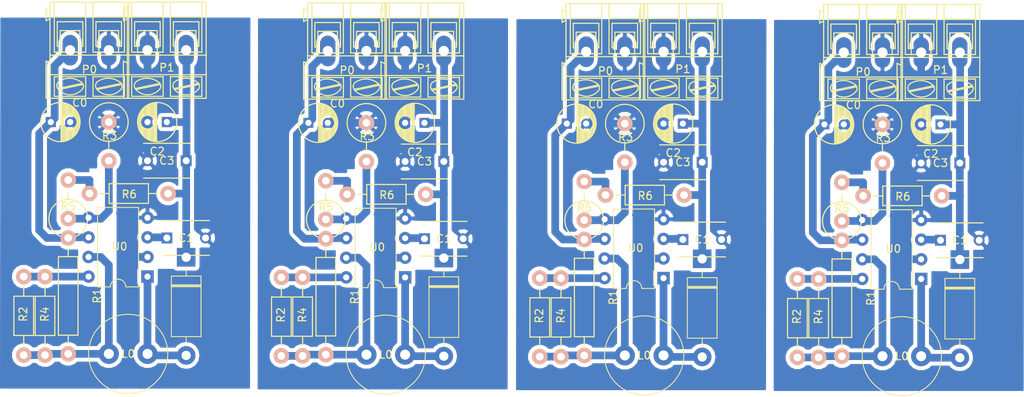
<source format=kicad_pcb>
(kicad_pcb (version 4) (host pcbnew 4.0.5+dfsg1-4)
  (layers (0 F.Cu signal) (31 B.Cu signal) (34 B.Paste user hide) (35 F.Paste user hide) (36 B.SilkS user hide) (37 F.SilkS user) (38 B.Mask user hide) (39 F.Mask user hide) (44 Edge.Cuts user hide))
  (net 0 "")
  (net 1 +5V)
  (net 2 GND)
  (net 3 "Net-(C1-Pad1)")
  (net 4 /out_12V)
  (net 5 "Net-(D0-Pad2)")
  (net 6 "Net-(L0-Pad1)")
  (net 7 "Net-(R2-Pad1)")
  (net 8 "Net-(R3-Pad2)")
  (net 9 "Net-(R5-Pad2)")
  (module Capacitors_THT:C_Radial_D5_L11_P2.5 (layer F.Cu) (at 128.6 137.2 180)
    (fp_text reference C2 (at 1.25 -3.8 180) (layer F.SilkS))
    (fp_text value CP)
    (pad 1 thru_hole rect (at 0 0 180) (size 1.3 1.3) (drill 0.8) (layers *.Cu *.Mask) (net 4 /out_12V))
    (pad 2 thru_hole circle (at 2.5 0 180) (size 1.3 1.3) (drill 0.8) (layers *.Cu *.Mask) (net 2 GND))
  )
  (module Resistors_THT:Resistor_Horizontal_RM15mm (layer F.Cu) (at 115.85 152.2 270)
    (fp_text reference R1 (at 7.5 -3.74904 270) (layer F.SilkS))
    (fp_text value R)
    (pad 1 thru_hole circle (at 0 0 270) (size 1.99898 1.99898) (drill 1.00076) (layers *.Cu *.SilkS *.Mask) (net 1 +5V))
    (pad 2 thru_hole circle (at 15 0 270) (size 1.99898 1.99898) (drill 1.00076) (layers *.Cu *.SilkS *.Mask) (net 6 "Net-(L0-Pad1)"))
  )
  (module Capacitors_THT:C_Disc_D6_P5 (layer F.Cu) (at 131.1 142.2 180)
    (fp_text reference C3 (at 2.5 0 180) (layer F.SilkS))
    (fp_text value C hide)
    (pad 1 thru_hole rect (at 0 0 180) (size 1.4 1.4) (drill 0.9) (layers *.Cu *.Mask) (net 4 /out_12V))
    (pad 2 thru_hole circle (at 5 0 180) (size 1.4 1.4) (drill 0.9) (layers *.Cu *.Mask) (net 2 GND))
  )
  (module Capacitors_THT:C_Disc_D6_P5 (layer F.Cu) (at 128.6 152.2)
    (fp_text reference C1 (at 2.5 0) (layer F.SilkS))
    (fp_text value C)
    (pad 1 thru_hole rect (at 0 0) (size 1.4 1.4) (drill 0.9) (layers *.Cu *.Mask) (net 3 "Net-(C1-Pad1)"))
    (pad 2 thru_hole circle (at 5 0) (size 1.4 1.4) (drill 0.9) (layers *.Cu *.Mask) (net 2 GND))
  )
  (module Inductor_THT:L_Radial_D10.0mm_P5.00mm_Fastron_07M (layer F.Cu) (at 121.1 167.2)
    (fp_text reference L0 (at 2.5 0) (layer F.SilkS))
    (fp_text value L)
    (pad 1 thru_hole circle (at 0 0) (size 2.6 2.6) (drill 1.3) (layers *.Cu *.Mask) (net 6 "Net-(L0-Pad1)"))
    (pad 2 thru_hole circle (at 5 0) (size 2.6 2.6) (drill 1.3) (layers *.Cu *.Mask) (net 5 "Net-(D0-Pad2)"))
  )
  (module Resistors_THT:Resistor_Vertical_RM5mm (layer F.Cu) (at 115.85 147.2 90)
    (fp_text reference R5 (at -0.9 0.018 180) (layer F.SilkS))
    (fp_text value R hide)
    (pad 1 thru_hole circle (at -2.49936 0 90) (size 1.99898 1.99898) (drill 1.00076) (layers *.Cu *.SilkS *.Mask) (net 8 "Net-(R3-Pad2)"))
    (pad 2 thru_hole circle (at 2.5019 0 90) (size 1.99898 1.99898) (drill 1.00076) (layers *.Cu *.SilkS *.Mask) (net 9 "Net-(R5-Pad2)"))
  )
  (module Resistors_THT:Resistor_Vertical_RM5mm (layer F.Cu) (at 121.1 139.7 270)
    (fp_text reference R3 (at -0.744 -0.098 360) (layer F.SilkS))
    (fp_text value R hide)
    (pad 1 thru_hole circle (at -2.49936 0 270) (size 1.99898 1.99898) (drill 1.00076) (layers *.Cu *.SilkS *.Mask) (net 2 GND))
    (pad 2 thru_hole circle (at 2.5019 0 270) (size 1.99898 1.99898) (drill 1.00076) (layers *.Cu *.SilkS *.Mask) (net 8 "Net-(R3-Pad2)"))
  )
  (module Resistors_THT:Resistor_Horizontal_RM10mm (layer F.Cu) (at 118.6 146.45)
    (fp_text reference R6 (at 5.138 0.098) (layer F.SilkS))
    (fp_text value R hide)
    (pad 1 thru_hole circle (at 0 0) (size 1.99898 1.99898) (drill 1.00076) (layers *.Cu *.SilkS *.Mask) (net 9 "Net-(R5-Pad2)"))
    (pad 2 thru_hole circle (at 10.16 0) (size 1.99898 1.99898) (drill 1.00076) (layers *.Cu *.SilkS *.Mask) (net 4 /out_12V))
  )
  (module Diodes_THT:D_DO-15_P12.70mm_Horizontal (layer F.Cu) (at 131.1 154.7 270)
    (fp_text reference D0 hide)
    (fp_text value 1N5819 hide)
    (pad 1 thru_hole rect (at 0 0 270) (size 2.4 2.4) (drill 1.2) (layers *.Cu *.Mask) (net 4 /out_12V))
    (pad 2 thru_hole oval (at 12.7 0 270) (size 2.4 2.4) (drill 1.2) (layers *.Cu *.Mask) (net 5 "Net-(D0-Pad2)"))
  )
  (module Resistors_THT:Resistor_Horizontal_RM10mm (layer F.Cu) (at 110.1 157.2 270)
    (fp_text reference R2 (at 4.87 0.062 270) (layer F.SilkS))
    (fp_text value R hide)
    (pad 1 thru_hole circle (at 0 0 270) (size 1.99898 1.99898) (drill 1.00076) (layers *.Cu *.SilkS *.Mask) (net 7 "Net-(R2-Pad1)"))
    (pad 2 thru_hole circle (at 10.16 0 270) (size 1.99898 1.99898) (drill 1.00076) (layers *.Cu *.SilkS *.Mask) (net 6 "Net-(L0-Pad1)"))
  )
  (module Resistors_THT:Resistor_Horizontal_RM10mm (layer F.Cu) (at 112.85 157.2 270)
    (fp_text reference R4 (at 4.87 0.022 270) (layer F.SilkS))
    (fp_text value R hide)
    (pad 1 thru_hole circle (at 0 0 270) (size 1.99898 1.99898) (drill 1.00076) (layers *.Cu *.SilkS *.Mask) (net 7 "Net-(R2-Pad1)"))
    (pad 2 thru_hole circle (at 10.16 0 270) (size 1.99898 1.99898) (drill 1.00076) (layers *.Cu *.SilkS *.Mask) (net 6 "Net-(L0-Pad1)"))
  )
  (module Capacitors_THT:C_Radial_D5_L11_P2.5 (layer F.Cu) (at 113.6 137.2)
    (fp_text reference C0 (at 3.75 -2.5) (layer F.SilkS))
    (fp_text value CP hide)
    (pad 1 thru_hole rect (at 0 0) (size 1.3 1.3) (drill 0.8) (layers *.Cu *.Mask) (net 1 +5V))
    (pad 2 thru_hole circle (at 2.5 0) (size 1.3 1.3) (drill 0.8) (layers *.Cu *.Mask) (net 2 GND))
  )
  (module Package_DIP:DIP-8_W7.62mm (layer F.Cu) (at 126.1 157.2 180)
    (fp_text reference U0 (at 3.6 3.9 180) (layer F.SilkS))
    (fp_text value MC34063AP hide)
    (pad 1 thru_hole rect (at 0 0 180) (size 1.6 1.6) (drill 0.8) (layers *.Cu *.Mask) (net 5 "Net-(D0-Pad2)"))
    (pad 5 thru_hole oval (at 7.62 7.62 180) (size 1.6 1.6) (drill 0.8) (layers *.Cu *.Mask) (net 8 "Net-(R3-Pad2)"))
    (pad 2 thru_hole oval (at 0 2.54 180) (size 1.6 1.6) (drill 0.8) (layers *.Cu *.Mask) (net 2 GND))
    (pad 6 thru_hole oval (at 7.62 5.08 180) (size 1.6 1.6) (drill 0.8) (layers *.Cu *.Mask) (net 1 +5V))
    (pad 3 thru_hole oval (at 0 5.08 180) (size 1.6 1.6) (drill 0.8) (layers *.Cu *.Mask) (net 3 "Net-(C1-Pad1)"))
    (pad 7 thru_hole oval (at 7.62 2.54 180) (size 1.6 1.6) (drill 0.8) (layers *.Cu *.Mask) (net 6 "Net-(L0-Pad1)"))
    (pad 4 thru_hole oval (at 0 7.62 180) (size 1.6 1.6) (drill 0.8) (layers *.Cu *.Mask) (net 2 GND))
    (pad 8 thru_hole oval (at 7.62 0 180) (size 1.6 1.6) (drill 0.8) (layers *.Cu *.Mask) (net 7 "Net-(R2-Pad1)"))
  )
  (module Connect:AK300-2 (layer F.Cu) (at 131.1 127.9 180)
    (fp_text reference P1 (at 2.5 -2.25 180) (layer F.SilkS))
    (fp_text value CONN_01X02 hide)
    (pad 1 thru_hole oval (at 0 0 180) (size 1.9812 3.9624) (drill 1.3208) (layers *.Cu F.Paste F.Mask) (net 4 /out_12V))
    (pad 2 thru_hole oval (at 5 0 180) (size 1.9812 3.9624) (drill 1.3208) (layers *.Cu F.Paste F.Mask) (net 2 GND))
  )
  (module Connect:AK300-2 (layer F.Cu) (at 121.1 127.9 180)
    (fp_text reference P0 (at 2.5 -2.5 180) (layer F.SilkS))
    (fp_text value CONN_01X02 hide)
    (pad 1 thru_hole oval (at 0 0 180) (size 1.9812 3.9624) (drill 1.3208) (layers *.Cu F.Paste F.Mask) (net 2 GND))
    (pad 2 thru_hole oval (at 5 0 180) (size 1.9812 3.9624) (drill 1.3208) (layers *.Cu F.Paste F.Mask) (net 1 +5V))
  )
  (module Connect:AK300-2 (layer F.Cu) (at 154.4 128 180)
    (fp_text reference P0 (at 2.5 -2.5 180) (layer F.SilkS))
    (fp_text value CONN_01X02 hide)
    (pad 1 thru_hole oval (at 0 0 180) (size 1.9812 3.9624) (drill 1.3208) (layers *.Cu F.Paste F.Mask) (net 2 GND))
    (pad 2 thru_hole oval (at 5 0 180) (size 1.9812 3.9624) (drill 1.3208) (layers *.Cu F.Paste F.Mask) (net 1 +5V))
  )
  (module Connect:AK300-2 (layer F.Cu) (at 164.4 128 180)
    (fp_text reference P1 (at 2.5 -2.25 180) (layer F.SilkS))
    (fp_text value CONN_01X02 hide)
    (pad 1 thru_hole oval (at 0 0 180) (size 1.9812 3.9624) (drill 1.3208) (layers *.Cu F.Paste F.Mask) (net 4 /out_12V))
    (pad 2 thru_hole oval (at 5 0 180) (size 1.9812 3.9624) (drill 1.3208) (layers *.Cu F.Paste F.Mask) (net 2 GND))
  )
  (module Package_DIP:DIP-8_W7.62mm (layer F.Cu) (at 159.4 157.3 180)
    (fp_text reference U0 (at 3.6 3.9 180) (layer F.SilkS))
    (fp_text value MC34063AP hide)
    (pad 1 thru_hole rect (at 0 0 180) (size 1.6 1.6) (drill 0.8) (layers *.Cu *.Mask) (net 5 "Net-(D0-Pad2)"))
    (pad 5 thru_hole oval (at 7.62 7.62 180) (size 1.6 1.6) (drill 0.8) (layers *.Cu *.Mask) (net 8 "Net-(R3-Pad2)"))
    (pad 2 thru_hole oval (at 0 2.54 180) (size 1.6 1.6) (drill 0.8) (layers *.Cu *.Mask) (net 2 GND))
    (pad 6 thru_hole oval (at 7.62 5.08 180) (size 1.6 1.6) (drill 0.8) (layers *.Cu *.Mask) (net 1 +5V))
    (pad 3 thru_hole oval (at 0 5.08 180) (size 1.6 1.6) (drill 0.8) (layers *.Cu *.Mask) (net 3 "Net-(C1-Pad1)"))
    (pad 7 thru_hole oval (at 7.62 2.54 180) (size 1.6 1.6) (drill 0.8) (layers *.Cu *.Mask) (net 6 "Net-(L0-Pad1)"))
    (pad 4 thru_hole oval (at 0 7.62 180) (size 1.6 1.6) (drill 0.8) (layers *.Cu *.Mask) (net 2 GND))
    (pad 8 thru_hole oval (at 7.62 0 180) (size 1.6 1.6) (drill 0.8) (layers *.Cu *.Mask) (net 7 "Net-(R2-Pad1)"))
  )
  (module Capacitors_THT:C_Radial_D5_L11_P2.5 (layer F.Cu) (at 146.9 137.3)
    (fp_text reference C0 (at 3.75 -2.5) (layer F.SilkS))
    (fp_text value CP hide)
    (pad 1 thru_hole rect (at 0 0) (size 1.3 1.3) (drill 0.8) (layers *.Cu *.Mask) (net 1 +5V))
    (pad 2 thru_hole circle (at 2.5 0) (size 1.3 1.3) (drill 0.8) (layers *.Cu *.Mask) (net 2 GND))
  )
  (module Resistors_THT:Resistor_Horizontal_RM10mm (layer F.Cu) (at 146.15 157.3 270)
    (fp_text reference R4 (at 4.87 0.022 270) (layer F.SilkS))
    (fp_text value R hide)
    (pad 1 thru_hole circle (at 0 0 270) (size 1.99898 1.99898) (drill 1.00076) (layers *.Cu *.SilkS *.Mask) (net 7 "Net-(R2-Pad1)"))
    (pad 2 thru_hole circle (at 10.16 0 270) (size 1.99898 1.99898) (drill 1.00076) (layers *.Cu *.SilkS *.Mask) (net 6 "Net-(L0-Pad1)"))
  )
  (module Resistors_THT:Resistor_Horizontal_RM10mm (layer F.Cu) (at 143.4 157.3 270)
    (fp_text reference R2 (at 4.87 0.062 270) (layer F.SilkS))
    (fp_text value R hide)
    (pad 1 thru_hole circle (at 0 0 270) (size 1.99898 1.99898) (drill 1.00076) (layers *.Cu *.SilkS *.Mask) (net 7 "Net-(R2-Pad1)"))
    (pad 2 thru_hole circle (at 10.16 0 270) (size 1.99898 1.99898) (drill 1.00076) (layers *.Cu *.SilkS *.Mask) (net 6 "Net-(L0-Pad1)"))
  )
  (module Diodes_THT:D_DO-15_P12.70mm_Horizontal (layer F.Cu) (at 164.4 154.8 270)
    (fp_text reference D0 hide)
    (fp_text value 1N5819 hide)
    (pad 1 thru_hole rect (at 0 0 270) (size 2.4 2.4) (drill 1.2) (layers *.Cu *.Mask) (net 4 /out_12V))
    (pad 2 thru_hole oval (at 12.7 0 270) (size 2.4 2.4) (drill 1.2) (layers *.Cu *.Mask) (net 5 "Net-(D0-Pad2)"))
  )
  (module Resistors_THT:Resistor_Horizontal_RM10mm (layer F.Cu) (at 151.9 146.55)
    (fp_text reference R6 (at 5.138 0.098) (layer F.SilkS))
    (fp_text value R hide)
    (pad 1 thru_hole circle (at 0 0) (size 1.99898 1.99898) (drill 1.00076) (layers *.Cu *.SilkS *.Mask) (net 9 "Net-(R5-Pad2)"))
    (pad 2 thru_hole circle (at 10.16 0) (size 1.99898 1.99898) (drill 1.00076) (layers *.Cu *.SilkS *.Mask) (net 4 /out_12V))
  )
  (module Resistors_THT:Resistor_Vertical_RM5mm (layer F.Cu) (at 154.4 139.8 270)
    (fp_text reference R3 (at -0.744 -0.098 360) (layer F.SilkS))
    (fp_text value R hide)
    (pad 1 thru_hole circle (at -2.49936 0 270) (size 1.99898 1.99898) (drill 1.00076) (layers *.Cu *.SilkS *.Mask) (net 2 GND))
    (pad 2 thru_hole circle (at 2.5019 0 270) (size 1.99898 1.99898) (drill 1.00076) (layers *.Cu *.SilkS *.Mask) (net 8 "Net-(R3-Pad2)"))
  )
  (module Resistors_THT:Resistor_Vertical_RM5mm (layer F.Cu) (at 149.15 147.3 90)
    (fp_text reference R5 (at -0.9 0.018 180) (layer F.SilkS))
    (fp_text value R hide)
    (pad 1 thru_hole circle (at -2.49936 0 90) (size 1.99898 1.99898) (drill 1.00076) (layers *.Cu *.SilkS *.Mask) (net 8 "Net-(R3-Pad2)"))
    (pad 2 thru_hole circle (at 2.5019 0 90) (size 1.99898 1.99898) (drill 1.00076) (layers *.Cu *.SilkS *.Mask) (net 9 "Net-(R5-Pad2)"))
  )
  (module Inductor_THT:L_Radial_D10.0mm_P5.00mm_Fastron_07M (layer F.Cu) (at 154.4 167.3)
    (fp_text reference L0 (at 2.5 0) (layer F.SilkS))
    (fp_text value L)
    (pad 1 thru_hole circle (at 0 0) (size 2.6 2.6) (drill 1.3) (layers *.Cu *.Mask) (net 6 "Net-(L0-Pad1)"))
    (pad 2 thru_hole circle (at 5 0) (size 2.6 2.6) (drill 1.3) (layers *.Cu *.Mask) (net 5 "Net-(D0-Pad2)"))
  )
  (module Capacitors_THT:C_Disc_D6_P5 (layer F.Cu) (at 161.9 152.3)
    (fp_text reference C1 (at 2.5 0) (layer F.SilkS))
    (fp_text value C)
    (pad 1 thru_hole rect (at 0 0) (size 1.4 1.4) (drill 0.9) (layers *.Cu *.Mask) (net 3 "Net-(C1-Pad1)"))
    (pad 2 thru_hole circle (at 5 0) (size 1.4 1.4) (drill 0.9) (layers *.Cu *.Mask) (net 2 GND))
  )
  (module Capacitors_THT:C_Disc_D6_P5 (layer F.Cu) (at 164.4 142.3 180)
    (fp_text reference C3 (at 2.5 0 180) (layer F.SilkS))
    (fp_text value C hide)
    (pad 1 thru_hole rect (at 0 0 180) (size 1.4 1.4) (drill 0.9) (layers *.Cu *.Mask) (net 4 /out_12V))
    (pad 2 thru_hole circle (at 5 0 180) (size 1.4 1.4) (drill 0.9) (layers *.Cu *.Mask) (net 2 GND))
  )
  (module Resistors_THT:Resistor_Horizontal_RM15mm (layer F.Cu) (at 149.15 152.3 270)
    (fp_text reference R1 (at 7.5 -3.74904 270) (layer F.SilkS))
    (fp_text value R)
    (pad 1 thru_hole circle (at 0 0 270) (size 1.99898 1.99898) (drill 1.00076) (layers *.Cu *.SilkS *.Mask) (net 1 +5V))
    (pad 2 thru_hole circle (at 15 0 270) (size 1.99898 1.99898) (drill 1.00076) (layers *.Cu *.SilkS *.Mask) (net 6 "Net-(L0-Pad1)"))
  )
  (module Capacitors_THT:C_Radial_D5_L11_P2.5 (layer F.Cu) (at 161.9 137.3 180)
    (fp_text reference C2 (at 1.25 -3.8 180) (layer F.SilkS))
    (fp_text value CP)
    (pad 1 thru_hole rect (at 0 0 180) (size 1.3 1.3) (drill 0.8) (layers *.Cu *.Mask) (net 4 /out_12V))
    (pad 2 thru_hole circle (at 2.5 0 180) (size 1.3 1.3) (drill 0.8) (layers *.Cu *.Mask) (net 2 GND))
  )
  (module Capacitors_THT:C_Radial_D5_L11_P2.5 (layer F.Cu) (at 95.2 137.1 180)
    (fp_text reference C2 (at 1.25 -3.8 180) (layer F.SilkS))
    (fp_text value CP)
    (pad 1 thru_hole rect (at 0 0 180) (size 1.3 1.3) (drill 0.8) (layers *.Cu *.Mask) (net 4 /out_12V))
    (pad 2 thru_hole circle (at 2.5 0 180) (size 1.3 1.3) (drill 0.8) (layers *.Cu *.Mask) (net 2 GND))
  )
  (module Resistors_THT:Resistor_Horizontal_RM15mm (layer F.Cu) (at 82.45 152.1 270)
    (fp_text reference R1 (at 7.5 -3.74904 270) (layer F.SilkS))
    (fp_text value R)
    (pad 1 thru_hole circle (at 0 0 270) (size 1.99898 1.99898) (drill 1.00076) (layers *.Cu *.SilkS *.Mask) (net 1 +5V))
    (pad 2 thru_hole circle (at 15 0 270) (size 1.99898 1.99898) (drill 1.00076) (layers *.Cu *.SilkS *.Mask) (net 6 "Net-(L0-Pad1)"))
  )
  (module Capacitors_THT:C_Disc_D6_P5 (layer F.Cu) (at 97.7 142.1 180)
    (fp_text reference C3 (at 2.5 0 180) (layer F.SilkS))
    (fp_text value C hide)
    (pad 1 thru_hole rect (at 0 0 180) (size 1.4 1.4) (drill 0.9) (layers *.Cu *.Mask) (net 4 /out_12V))
    (pad 2 thru_hole circle (at 5 0 180) (size 1.4 1.4) (drill 0.9) (layers *.Cu *.Mask) (net 2 GND))
  )
  (module Capacitors_THT:C_Disc_D6_P5 (layer F.Cu) (at 95.2 152.1)
    (fp_text reference C1 (at 2.5 0) (layer F.SilkS))
    (fp_text value C)
    (pad 1 thru_hole rect (at 0 0) (size 1.4 1.4) (drill 0.9) (layers *.Cu *.Mask) (net 3 "Net-(C1-Pad1)"))
    (pad 2 thru_hole circle (at 5 0) (size 1.4 1.4) (drill 0.9) (layers *.Cu *.Mask) (net 2 GND))
  )
  (module Inductor_THT:L_Radial_D10.0mm_P5.00mm_Fastron_07M (layer F.Cu) (at 87.7 167.1)
    (fp_text reference L0 (at 2.5 0) (layer F.SilkS))
    (fp_text value L)
    (pad 1 thru_hole circle (at 0 0) (size 2.6 2.6) (drill 1.3) (layers *.Cu *.Mask) (net 6 "Net-(L0-Pad1)"))
    (pad 2 thru_hole circle (at 5 0) (size 2.6 2.6) (drill 1.3) (layers *.Cu *.Mask) (net 5 "Net-(D0-Pad2)"))
  )
  (module Resistors_THT:Resistor_Vertical_RM5mm (layer F.Cu) (at 82.45 147.1 90)
    (fp_text reference R5 (at -0.9 0.018 180) (layer F.SilkS))
    (fp_text value R hide)
    (pad 1 thru_hole circle (at -2.49936 0 90) (size 1.99898 1.99898) (drill 1.00076) (layers *.Cu *.SilkS *.Mask) (net 8 "Net-(R3-Pad2)"))
    (pad 2 thru_hole circle (at 2.5019 0 90) (size 1.99898 1.99898) (drill 1.00076) (layers *.Cu *.SilkS *.Mask) (net 9 "Net-(R5-Pad2)"))
  )
  (module Resistors_THT:Resistor_Vertical_RM5mm (layer F.Cu) (at 87.7 139.6 270)
    (fp_text reference R3 (at -0.744 -0.098 360) (layer F.SilkS))
    (fp_text value R hide)
    (pad 1 thru_hole circle (at -2.49936 0 270) (size 1.99898 1.99898) (drill 1.00076) (layers *.Cu *.SilkS *.Mask) (net 2 GND))
    (pad 2 thru_hole circle (at 2.5019 0 270) (size 1.99898 1.99898) (drill 1.00076) (layers *.Cu *.SilkS *.Mask) (net 8 "Net-(R3-Pad2)"))
  )
  (module Resistors_THT:Resistor_Horizontal_RM10mm (layer F.Cu) (at 85.2 146.35)
    (fp_text reference R6 (at 5.138 0.098) (layer F.SilkS))
    (fp_text value R hide)
    (pad 1 thru_hole circle (at 0 0) (size 1.99898 1.99898) (drill 1.00076) (layers *.Cu *.SilkS *.Mask) (net 9 "Net-(R5-Pad2)"))
    (pad 2 thru_hole circle (at 10.16 0) (size 1.99898 1.99898) (drill 1.00076) (layers *.Cu *.SilkS *.Mask) (net 4 /out_12V))
  )
  (module Diodes_THT:D_DO-15_P12.70mm_Horizontal (layer F.Cu) (at 97.7 154.6 270)
    (fp_text reference D0 hide)
    (fp_text value 1N5819 hide)
    (pad 1 thru_hole rect (at 0 0 270) (size 2.4 2.4) (drill 1.2) (layers *.Cu *.Mask) (net 4 /out_12V))
    (pad 2 thru_hole oval (at 12.7 0 270) (size 2.4 2.4) (drill 1.2) (layers *.Cu *.Mask) (net 5 "Net-(D0-Pad2)"))
  )
  (module Resistors_THT:Resistor_Horizontal_RM10mm (layer F.Cu) (at 76.7 157.1 270)
    (fp_text reference R2 (at 4.87 0.062 270) (layer F.SilkS))
    (fp_text value R hide)
    (pad 1 thru_hole circle (at 0 0 270) (size 1.99898 1.99898) (drill 1.00076) (layers *.Cu *.SilkS *.Mask) (net 7 "Net-(R2-Pad1)"))
    (pad 2 thru_hole circle (at 10.16 0 270) (size 1.99898 1.99898) (drill 1.00076) (layers *.Cu *.SilkS *.Mask) (net 6 "Net-(L0-Pad1)"))
  )
  (module Resistors_THT:Resistor_Horizontal_RM10mm (layer F.Cu) (at 79.45 157.1 270)
    (fp_text reference R4 (at 4.87 0.022 270) (layer F.SilkS))
    (fp_text value R hide)
    (pad 1 thru_hole circle (at 0 0 270) (size 1.99898 1.99898) (drill 1.00076) (layers *.Cu *.SilkS *.Mask) (net 7 "Net-(R2-Pad1)"))
    (pad 2 thru_hole circle (at 10.16 0 270) (size 1.99898 1.99898) (drill 1.00076) (layers *.Cu *.SilkS *.Mask) (net 6 "Net-(L0-Pad1)"))
  )
  (module Capacitors_THT:C_Radial_D5_L11_P2.5 (layer F.Cu) (at 80.2 137.1)
    (fp_text reference C0 (at 3.75 -2.5) (layer F.SilkS))
    (fp_text value CP hide)
    (pad 1 thru_hole rect (at 0 0) (size 1.3 1.3) (drill 0.8) (layers *.Cu *.Mask) (net 1 +5V))
    (pad 2 thru_hole circle (at 2.5 0) (size 1.3 1.3) (drill 0.8) (layers *.Cu *.Mask) (net 2 GND))
  )
  (module Package_DIP:DIP-8_W7.62mm (layer F.Cu) (at 92.7 157.1 180)
    (fp_text reference U0 (at 3.6 3.9 180) (layer F.SilkS))
    (fp_text value MC34063AP hide)
    (pad 1 thru_hole rect (at 0 0 180) (size 1.6 1.6) (drill 0.8) (layers *.Cu *.Mask) (net 5 "Net-(D0-Pad2)"))
    (pad 5 thru_hole oval (at 7.62 7.62 180) (size 1.6 1.6) (drill 0.8) (layers *.Cu *.Mask) (net 8 "Net-(R3-Pad2)"))
    (pad 2 thru_hole oval (at 0 2.54 180) (size 1.6 1.6) (drill 0.8) (layers *.Cu *.Mask) (net 2 GND))
    (pad 6 thru_hole oval (at 7.62 5.08 180) (size 1.6 1.6) (drill 0.8) (layers *.Cu *.Mask) (net 1 +5V))
    (pad 3 thru_hole oval (at 0 5.08 180) (size 1.6 1.6) (drill 0.8) (layers *.Cu *.Mask) (net 3 "Net-(C1-Pad1)"))
    (pad 7 thru_hole oval (at 7.62 2.54 180) (size 1.6 1.6) (drill 0.8) (layers *.Cu *.Mask) (net 6 "Net-(L0-Pad1)"))
    (pad 4 thru_hole oval (at 0 7.62 180) (size 1.6 1.6) (drill 0.8) (layers *.Cu *.Mask) (net 2 GND))
    (pad 8 thru_hole oval (at 7.62 0 180) (size 1.6 1.6) (drill 0.8) (layers *.Cu *.Mask) (net 7 "Net-(R2-Pad1)"))
  )
  (module Connect:AK300-2 (layer F.Cu) (at 97.7 127.8 180)
    (fp_text reference P1 (at 2.5 -2.25 180) (layer F.SilkS))
    (fp_text value CONN_01X02 hide)
    (pad 1 thru_hole oval (at 0 0 180) (size 1.9812 3.9624) (drill 1.3208) (layers *.Cu F.Paste F.Mask) (net 4 /out_12V))
    (pad 2 thru_hole oval (at 5 0 180) (size 1.9812 3.9624) (drill 1.3208) (layers *.Cu F.Paste F.Mask) (net 2 GND))
  )
  (module Connect:AK300-2 (layer F.Cu) (at 87.7 127.8 180)
    (fp_text reference P0 (at 2.5 -2.5 180) (layer F.SilkS))
    (fp_text value CONN_01X02 hide)
    (pad 1 thru_hole oval (at 0 0 180) (size 1.9812 3.9624) (drill 1.3208) (layers *.Cu F.Paste F.Mask) (net 2 GND))
    (pad 2 thru_hole oval (at 5 0 180) (size 1.9812 3.9624) (drill 1.3208) (layers *.Cu F.Paste F.Mask) (net 1 +5V))
  )
  (module Connect:AK300-2 (layer F.Cu) (at 54.4 127.7 180)
    (fp_text reference P0 (at 2.5 -2.5 180) (layer F.SilkS))
    (fp_text value CONN_01X02 hide)
    (pad 1 thru_hole oval (at 0 0 180) (size 1.9812 3.9624) (drill 1.3208) (layers *.Cu F.Paste F.Mask) (net 2 GND))
    (pad 2 thru_hole oval (at 5 0 180) (size 1.9812 3.9624) (drill 1.3208) (layers *.Cu F.Paste F.Mask) (net 1 +5V))
  )
  (module Connect:AK300-2 (layer F.Cu) (at 64.4 127.7 180)
    (fp_text reference P1 (at 2.5 -2.25 180) (layer F.SilkS))
    (fp_text value CONN_01X02 hide)
    (pad 1 thru_hole oval (at 0 0 180) (size 1.9812 3.9624) (drill 1.3208) (layers *.Cu F.Paste F.Mask) (net 4 /out_12V))
    (pad 2 thru_hole oval (at 5 0 180) (size 1.9812 3.9624) (drill 1.3208) (layers *.Cu F.Paste F.Mask) (net 2 GND))
  )
  (module Package_DIP:DIP-8_W7.62mm (layer F.Cu) (at 59.4 157 180)
    (fp_text reference U0 (at 3.6 3.9 180) (layer F.SilkS))
    (fp_text value MC34063AP hide)
    (pad 1 thru_hole rect (at 0 0 180) (size 1.6 1.6) (drill 0.8) (layers *.Cu *.Mask) (net 5 "Net-(D0-Pad2)"))
    (pad 5 thru_hole oval (at 7.62 7.62 180) (size 1.6 1.6) (drill 0.8) (layers *.Cu *.Mask) (net 8 "Net-(R3-Pad2)"))
    (pad 2 thru_hole oval (at 0 2.54 180) (size 1.6 1.6) (drill 0.8) (layers *.Cu *.Mask) (net 2 GND))
    (pad 6 thru_hole oval (at 7.62 5.08 180) (size 1.6 1.6) (drill 0.8) (layers *.Cu *.Mask) (net 1 +5V))
    (pad 3 thru_hole oval (at 0 5.08 180) (size 1.6 1.6) (drill 0.8) (layers *.Cu *.Mask) (net 3 "Net-(C1-Pad1)"))
    (pad 7 thru_hole oval (at 7.62 2.54 180) (size 1.6 1.6) (drill 0.8) (layers *.Cu *.Mask) (net 6 "Net-(L0-Pad1)"))
    (pad 4 thru_hole oval (at 0 7.62 180) (size 1.6 1.6) (drill 0.8) (layers *.Cu *.Mask) (net 2 GND))
    (pad 8 thru_hole oval (at 7.62 0 180) (size 1.6 1.6) (drill 0.8) (layers *.Cu *.Mask) (net 7 "Net-(R2-Pad1)"))
  )
  (module Capacitors_THT:C_Radial_D5_L11_P2.5 (layer F.Cu) (at 46.9 137)
    (fp_text reference C0 (at 3.75 -2.5) (layer F.SilkS))
    (fp_text value CP hide)
    (pad 1 thru_hole rect (at 0 0) (size 1.3 1.3) (drill 0.8) (layers *.Cu *.Mask) (net 1 +5V))
    (pad 2 thru_hole circle (at 2.5 0) (size 1.3 1.3) (drill 0.8) (layers *.Cu *.Mask) (net 2 GND))
  )
  (module Resistors_THT:Resistor_Horizontal_RM10mm (layer F.Cu) (at 46.15 157 270)
    (fp_text reference R4 (at 4.87 0.022 270) (layer F.SilkS))
    (fp_text value R hide)
    (pad 1 thru_hole circle (at 0 0 270) (size 1.99898 1.99898) (drill 1.00076) (layers *.Cu *.SilkS *.Mask) (net 7 "Net-(R2-Pad1)"))
    (pad 2 thru_hole circle (at 10.16 0 270) (size 1.99898 1.99898) (drill 1.00076) (layers *.Cu *.SilkS *.Mask) (net 6 "Net-(L0-Pad1)"))
  )
  (module Resistors_THT:Resistor_Horizontal_RM10mm (layer F.Cu) (at 43.4 157 270)
    (fp_text reference R2 (at 4.87 0.062 270) (layer F.SilkS))
    (fp_text value R hide)
    (pad 1 thru_hole circle (at 0 0 270) (size 1.99898 1.99898) (drill 1.00076) (layers *.Cu *.SilkS *.Mask) (net 7 "Net-(R2-Pad1)"))
    (pad 2 thru_hole circle (at 10.16 0 270) (size 1.99898 1.99898) (drill 1.00076) (layers *.Cu *.SilkS *.Mask) (net 6 "Net-(L0-Pad1)"))
  )
  (module Diodes_THT:D_DO-15_P12.70mm_Horizontal (layer F.Cu) (at 64.4 154.5 270)
    (fp_text reference D0 hide)
    (fp_text value 1N5819 hide)
    (pad 1 thru_hole rect (at 0 0 270) (size 2.4 2.4) (drill 1.2) (layers *.Cu *.Mask) (net 4 /out_12V))
    (pad 2 thru_hole oval (at 12.7 0 270) (size 2.4 2.4) (drill 1.2) (layers *.Cu *.Mask) (net 5 "Net-(D0-Pad2)"))
  )
  (module Resistors_THT:Resistor_Horizontal_RM10mm (layer F.Cu) (at 51.9 146.25)
    (fp_text reference R6 (at 5.138 0.098) (layer F.SilkS))
    (fp_text value R hide)
    (pad 1 thru_hole circle (at 0 0) (size 1.99898 1.99898) (drill 1.00076) (layers *.Cu *.SilkS *.Mask) (net 9 "Net-(R5-Pad2)"))
    (pad 2 thru_hole circle (at 10.16 0) (size 1.99898 1.99898) (drill 1.00076) (layers *.Cu *.SilkS *.Mask) (net 4 /out_12V))
  )
  (module Resistors_THT:Resistor_Vertical_RM5mm (layer F.Cu) (at 54.4 139.5 270)
    (fp_text reference R3 (at -0.744 -0.098 360) (layer F.SilkS))
    (fp_text value R hide)
    (pad 1 thru_hole circle (at -2.49936 0 270) (size 1.99898 1.99898) (drill 1.00076) (layers *.Cu *.SilkS *.Mask) (net 2 GND))
    (pad 2 thru_hole circle (at 2.5019 0 270) (size 1.99898 1.99898) (drill 1.00076) (layers *.Cu *.SilkS *.Mask) (net 8 "Net-(R3-Pad2)"))
  )
  (module Resistors_THT:Resistor_Vertical_RM5mm (layer F.Cu) (at 49.15 147 90)
    (fp_text reference R5 (at -0.9 0.018 180) (layer F.SilkS))
    (fp_text value R hide)
    (pad 1 thru_hole circle (at -2.49936 0 90) (size 1.99898 1.99898) (drill 1.00076) (layers *.Cu *.SilkS *.Mask) (net 8 "Net-(R3-Pad2)"))
    (pad 2 thru_hole circle (at 2.5019 0 90) (size 1.99898 1.99898) (drill 1.00076) (layers *.Cu *.SilkS *.Mask) (net 9 "Net-(R5-Pad2)"))
  )
  (module Inductor_THT:L_Radial_D10.0mm_P5.00mm_Fastron_07M (layer F.Cu) (at 54.4 167)
    (fp_text reference L0 (at 2.5 0) (layer F.SilkS))
    (fp_text value L)
    (pad 1 thru_hole circle (at 0 0) (size 2.6 2.6) (drill 1.3) (layers *.Cu *.Mask) (net 6 "Net-(L0-Pad1)"))
    (pad 2 thru_hole circle (at 5 0) (size 2.6 2.6) (drill 1.3) (layers *.Cu *.Mask) (net 5 "Net-(D0-Pad2)"))
  )
  (module Capacitors_THT:C_Disc_D6_P5 (layer F.Cu) (at 61.9 152)
    (fp_text reference C1 (at 2.5 0) (layer F.SilkS))
    (fp_text value C)
    (pad 1 thru_hole rect (at 0 0) (size 1.4 1.4) (drill 0.9) (layers *.Cu *.Mask) (net 3 "Net-(C1-Pad1)"))
    (pad 2 thru_hole circle (at 5 0) (size 1.4 1.4) (drill 0.9) (layers *.Cu *.Mask) (net 2 GND))
  )
  (module Capacitors_THT:C_Disc_D6_P5 (layer F.Cu) (at 64.4 142 180)
    (fp_text reference C3 (at 2.5 0 180) (layer F.SilkS))
    (fp_text value C hide)
    (pad 1 thru_hole rect (at 0 0 180) (size 1.4 1.4) (drill 0.9) (layers *.Cu *.Mask) (net 4 /out_12V))
    (pad 2 thru_hole circle (at 5 0 180) (size 1.4 1.4) (drill 0.9) (layers *.Cu *.Mask) (net 2 GND))
  )
  (module Resistors_THT:Resistor_Horizontal_RM15mm (layer F.Cu) (at 49.15 152 270)
    (fp_text reference R1 (at 7.5 -3.74904 270) (layer F.SilkS))
    (fp_text value R)
    (pad 1 thru_hole circle (at 0 0 270) (size 1.99898 1.99898) (drill 1.00076) (layers *.Cu *.SilkS *.Mask) (net 1 +5V))
    (pad 2 thru_hole circle (at 15 0 270) (size 1.99898 1.99898) (drill 1.00076) (layers *.Cu *.SilkS *.Mask) (net 6 "Net-(L0-Pad1)"))
  )
  (module Capacitors_THT:C_Radial_D5_L11_P2.5 (layer F.Cu) (at 61.9 137 180)
    (fp_text reference C2 (at 1.25 -3.8 180) (layer F.SilkS))
    (fp_text value CP)
    (pad 1 thru_hole rect (at 0 0 180) (size 1.3 1.3) (drill 0.8) (layers *.Cu *.Mask) (net 4 /out_12V))
    (pad 2 thru_hole circle (at 2.5 0 180) (size 1.3 1.3) (drill 0.8) (layers *.Cu *.Mask) (net 2 GND))
  )
  (segment (start 114.1 129.9) (end 116.1 127.9) (width 1) (layer B.Cu) (net 1))
  (segment (start 114.1 136.7) (end 114.1 129.9) (width 1) (layer B.Cu) (net 1))
  (segment (start 112.1 138.7) (end 114.1 136.7) (width 1) (layer B.Cu) (net 1))
  (segment (start 112.1 151.2) (end 112.1 138.7) (width 1) (layer B.Cu) (net 1))
  (segment (start 113.1 152.2) (end 112.1 151.2) (width 1) (layer B.Cu) (net 1))
  (segment (start 115.85 152.2) (end 113.1 152.2) (width 1) (layer B.Cu) (net 1))
  (segment (start 115.93 152.12) (end 115.85 152.2) (width 1) (layer B.Cu) (net 1))
  (segment (start 118.48 152.12) (end 115.93 152.12) (width 1) (layer B.Cu) (net 1))
  (segment (start 151.78 152.22) (end 149.23 152.22) (width 1) (layer B.Cu) (net 1))
  (segment (start 149.23 152.22) (end 149.15 152.3) (width 1) (layer B.Cu) (net 1))
  (segment (start 149.15 152.3) (end 146.4 152.3) (width 1) (layer B.Cu) (net 1))
  (segment (start 146.4 152.3) (end 145.4 151.3) (width 1) (layer B.Cu) (net 1))
  (segment (start 145.4 151.3) (end 145.4 138.8) (width 1) (layer B.Cu) (net 1))
  (segment (start 145.4 138.8) (end 147.4 136.8) (width 1) (layer B.Cu) (net 1))
  (segment (start 147.4 136.8) (end 147.4 130) (width 1) (layer B.Cu) (net 1))
  (segment (start 147.4 130) (end 149.4 128) (width 1) (layer B.Cu) (net 1))
  (segment (start 80.7 129.8) (end 82.7 127.8) (width 1) (layer B.Cu) (net 1))
  (segment (start 80.7 136.6) (end 80.7 129.8) (width 1) (layer B.Cu) (net 1))
  (segment (start 78.7 138.6) (end 80.7 136.6) (width 1) (layer B.Cu) (net 1))
  (segment (start 78.7 151.1) (end 78.7 138.6) (width 1) (layer B.Cu) (net 1))
  (segment (start 79.7 152.1) (end 78.7 151.1) (width 1) (layer B.Cu) (net 1))
  (segment (start 82.45 152.1) (end 79.7 152.1) (width 1) (layer B.Cu) (net 1))
  (segment (start 82.53 152.02) (end 82.45 152.1) (width 1) (layer B.Cu) (net 1))
  (segment (start 85.08 152.02) (end 82.53 152.02) (width 1) (layer B.Cu) (net 1))
  (segment (start 51.78 151.92) (end 49.23 151.92) (width 1) (layer B.Cu) (net 1))
  (segment (start 49.23 151.92) (end 49.15 152) (width 1) (layer B.Cu) (net 1))
  (segment (start 49.15 152) (end 46.4 152) (width 1) (layer B.Cu) (net 1))
  (segment (start 46.4 152) (end 45.4 151) (width 1) (layer B.Cu) (net 1))
  (segment (start 45.4 151) (end 45.4 138.5) (width 1) (layer B.Cu) (net 1))
  (segment (start 45.4 138.5) (end 47.4 136.5) (width 1) (layer B.Cu) (net 1))
  (segment (start 47.4 136.5) (end 47.4 129.7) (width 1) (layer B.Cu) (net 1))
  (segment (start 47.4 129.7) (end 49.4 127.7) (width 1) (layer B.Cu) (net 1))
  (segment (start 123.6 137.2) (end 126.1 137.2) (width 1) (layer B.Cu) (net 2))
  (segment (start 121.09936 137.2) (end 123.6 137.2) (width 1) (layer B.Cu) (net 2))
  (segment (start 116.1 137.2) (end 121.09936 137.2) (width 1) (layer B.Cu) (net 2))
  (segment (start 123.6 154.62) (end 123.6 137.2) (width 1) (layer B.Cu) (net 2))
  (segment (start 123.64 154.66) (end 123.6 154.62) (width 1) (layer B.Cu) (net 2))
  (segment (start 126.1 154.66) (end 123.64 154.66) (width 1) (layer B.Cu) (net 2))
  (segment (start 126.1 142.2) (end 126.1 137.2) (width 1) (layer B.Cu) (net 2))
  (segment (start 126.1 129.74) (end 126.06 129.7) (width 0.25) (layer B.Cu) (net 2))
  (segment (start 126.1 137.2) (end 126.1 129.74) (width 1) (layer B.Cu) (net 2))
  (segment (start 126.06 129.7) (end 126.1 127.95) (width 1) (layer B.Cu) (net 2))
  (segment (start 126.1 127.95) (end 121.1 127.9) (width 1) (layer B.Cu) (net 2))
  (segment (start 159.4 128.05) (end 154.4 128) (width 1) (layer B.Cu) (net 2))
  (segment (start 159.36 129.8) (end 159.4 128.05) (width 1) (layer B.Cu) (net 2))
  (segment (start 159.4 137.3) (end 159.4 129.84) (width 1) (layer B.Cu) (net 2))
  (segment (start 159.4 129.84) (end 159.36 129.8) (width 0.25) (layer B.Cu) (net 2))
  (segment (start 159.4 142.3) (end 159.4 137.3) (width 1) (layer B.Cu) (net 2))
  (segment (start 159.4 154.76) (end 156.94 154.76) (width 1) (layer B.Cu) (net 2))
  (segment (start 156.94 154.76) (end 156.9 154.72) (width 1) (layer B.Cu) (net 2))
  (segment (start 156.9 154.72) (end 156.9 137.3) (width 1) (layer B.Cu) (net 2))
  (segment (start 149.4 137.3) (end 154.39936 137.3) (width 1) (layer B.Cu) (net 2))
  (segment (start 154.39936 137.3) (end 156.9 137.3) (width 1) (layer B.Cu) (net 2))
  (segment (start 156.9 137.3) (end 159.4 137.3) (width 1) (layer B.Cu) (net 2))
  (segment (start 90.2 137.1) (end 92.7 137.1) (width 1) (layer B.Cu) (net 2))
  (segment (start 87.69936 137.1) (end 90.2 137.1) (width 1) (layer B.Cu) (net 2))
  (segment (start 82.7 137.1) (end 87.69936 137.1) (width 1) (layer B.Cu) (net 2))
  (segment (start 90.2 154.52) (end 90.2 137.1) (width 1) (layer B.Cu) (net 2))
  (segment (start 90.24 154.56) (end 90.2 154.52) (width 1) (layer B.Cu) (net 2))
  (segment (start 92.7 154.56) (end 90.24 154.56) (width 1) (layer B.Cu) (net 2))
  (segment (start 92.7 142.1) (end 92.7 137.1) (width 1) (layer B.Cu) (net 2))
  (segment (start 92.7 129.64) (end 92.66 129.6) (width 0.25) (layer B.Cu) (net 2))
  (segment (start 92.7 137.1) (end 92.7 129.64) (width 1) (layer B.Cu) (net 2))
  (segment (start 92.66 129.6) (end 92.7 127.85) (width 1) (layer B.Cu) (net 2))
  (segment (start 92.7 127.85) (end 87.7 127.8) (width 1) (layer B.Cu) (net 2))
  (segment (start 59.4 127.75) (end 54.4 127.7) (width 1) (layer B.Cu) (net 2))
  (segment (start 59.36 129.5) (end 59.4 127.75) (width 1) (layer B.Cu) (net 2))
  (segment (start 59.4 137) (end 59.4 129.54) (width 1) (layer B.Cu) (net 2))
  (segment (start 59.4 129.54) (end 59.36 129.5) (width 0.25) (layer B.Cu) (net 2))
  (segment (start 59.4 142) (end 59.4 137) (width 1) (layer B.Cu) (net 2))
  (segment (start 59.4 154.46) (end 56.94 154.46) (width 1) (layer B.Cu) (net 2))
  (segment (start 56.94 154.46) (end 56.9 154.42) (width 1) (layer B.Cu) (net 2))
  (segment (start 56.9 154.42) (end 56.9 137) (width 1) (layer B.Cu) (net 2))
  (segment (start 49.4 137) (end 54.39936 137) (width 1) (layer B.Cu) (net 2))
  (segment (start 54.39936 137) (end 56.9 137) (width 1) (layer B.Cu) (net 2))
  (segment (start 56.9 137) (end 59.4 137) (width 1) (layer B.Cu) (net 2))
  (segment (start 128.52 152.12) (end 128.6 152.2) (width 0.25) (layer B.Cu) (net 3))
  (segment (start 126.1 152.12) (end 128.52 152.12) (width 1) (layer B.Cu) (net 3))
  (segment (start 159.4 152.22) (end 161.82 152.22) (width 1) (layer B.Cu) (net 3))
  (segment (start 161.82 152.22) (end 161.9 152.3) (width 0.25) (layer B.Cu) (net 3))
  (segment (start 95.12 152.02) (end 95.2 152.1) (width 0.25) (layer B.Cu) (net 3))
  (segment (start 92.7 152.02) (end 95.12 152.02) (width 1) (layer B.Cu) (net 3))
  (segment (start 59.4 151.92) (end 61.82 151.92) (width 1) (layer B.Cu) (net 3))
  (segment (start 61.82 151.92) (end 61.9 152) (width 0.25) (layer B.Cu) (net 3))
  (segment (start 131.14 142.16) (end 131.1 142.2) (width 0.25) (layer B.Cu) (net 4))
  (segment (start 131.14 137.2) (end 131.14 142.16) (width 1) (layer B.Cu) (net 4))
  (segment (start 131.14 129.7) (end 131.14 137.2) (width 1) (layer B.Cu) (net 4))
  (segment (start 131.1 137.2) (end 131.14 137.2) (width 0.25) (layer B.Cu) (net 4))
  (segment (start 131.14 137.2) (end 131.1 137.2) (width 0.25) (layer B.Cu) (net 4))
  (segment (start 128.6 137.2) (end 131.14 137.2) (width 1) (layer B.Cu) (net 4))
  (segment (start 131.1 146.45) (end 131.1 154.7) (width 1) (layer B.Cu) (net 4))
  (segment (start 131.1 145.7) (end 131.1 146.45) (width 1) (layer B.Cu) (net 4))
  (segment (start 131.1 142.2) (end 131.1 145.7) (width 1) (layer B.Cu) (net 4))
  (segment (start 130.85 146.45) (end 131.1 146.45) (width 1) (layer B.Cu) (net 4))
  (segment (start 131.1 146.45) (end 130.85 146.45) (width 1) (layer B.Cu) (net 4))
  (segment (start 128.76 146.45) (end 131.1 146.45) (width 1) (layer B.Cu) (net 4))
  (segment (start 162.06 146.55) (end 164.4 146.55) (width 1) (layer B.Cu) (net 4))
  (segment (start 164.4 146.55) (end 164.15 146.55) (width 1) (layer B.Cu) (net 4))
  (segment (start 164.15 146.55) (end 164.4 146.55) (width 1) (layer B.Cu) (net 4))
  (segment (start 164.4 142.3) (end 164.4 145.8) (width 1) (layer B.Cu) (net 4))
  (segment (start 164.4 145.8) (end 164.4 146.55) (width 1) (layer B.Cu) (net 4))
  (segment (start 164.4 146.55) (end 164.4 154.8) (width 1) (layer B.Cu) (net 4))
  (segment (start 161.9 137.3) (end 164.44 137.3) (width 1) (layer B.Cu) (net 4))
  (segment (start 164.44 137.3) (end 164.4 137.3) (width 0.25) (layer B.Cu) (net 4))
  (segment (start 164.4 137.3) (end 164.44 137.3) (width 0.25) (layer B.Cu) (net 4))
  (segment (start 164.44 129.8) (end 164.44 137.3) (width 1) (layer B.Cu) (net 4))
  (segment (start 164.44 137.3) (end 164.44 142.26) (width 1) (layer B.Cu) (net 4))
  (segment (start 164.44 142.26) (end 164.4 142.3) (width 0.25) (layer B.Cu) (net 4))
  (segment (start 97.74 142.06) (end 97.7 142.1) (width 0.25) (layer B.Cu) (net 4))
  (segment (start 97.74 137.1) (end 97.74 142.06) (width 1) (layer B.Cu) (net 4))
  (segment (start 97.74 129.6) (end 97.74 137.1) (width 1) (layer B.Cu) (net 4))
  (segment (start 97.7 137.1) (end 97.74 137.1) (width 0.25) (layer B.Cu) (net 4))
  (segment (start 97.74 137.1) (end 97.7 137.1) (width 0.25) (layer B.Cu) (net 4))
  (segment (start 95.2 137.1) (end 97.74 137.1) (width 1) (layer B.Cu) (net 4))
  (segment (start 97.7 146.35) (end 97.7 154.6) (width 1) (layer B.Cu) (net 4))
  (segment (start 97.7 145.6) (end 97.7 146.35) (width 1) (layer B.Cu) (net 4))
  (segment (start 97.7 142.1) (end 97.7 145.6) (width 1) (layer B.Cu) (net 4))
  (segment (start 97.45 146.35) (end 97.7 146.35) (width 1) (layer B.Cu) (net 4))
  (segment (start 97.7 146.35) (end 97.45 146.35) (width 1) (layer B.Cu) (net 4))
  (segment (start 95.36 146.35) (end 97.7 146.35) (width 1) (layer B.Cu) (net 4))
  (segment (start 62.06 146.25) (end 64.4 146.25) (width 1) (layer B.Cu) (net 4))
  (segment (start 64.4 146.25) (end 64.15 146.25) (width 1) (layer B.Cu) (net 4))
  (segment (start 64.15 146.25) (end 64.4 146.25) (width 1) (layer B.Cu) (net 4))
  (segment (start 64.4 142) (end 64.4 145.5) (width 1) (layer B.Cu) (net 4))
  (segment (start 64.4 145.5) (end 64.4 146.25) (width 1) (layer B.Cu) (net 4))
  (segment (start 64.4 146.25) (end 64.4 154.5) (width 1) (layer B.Cu) (net 4))
  (segment (start 61.9 137) (end 64.44 137) (width 1) (layer B.Cu) (net 4))
  (segment (start 64.44 137) (end 64.4 137) (width 0.25) (layer B.Cu) (net 4))
  (segment (start 64.4 137) (end 64.44 137) (width 0.25) (layer B.Cu) (net 4))
  (segment (start 64.44 129.5) (end 64.44 137) (width 1) (layer B.Cu) (net 4))
  (segment (start 64.44 137) (end 64.44 141.96) (width 1) (layer B.Cu) (net 4))
  (segment (start 64.44 141.96) (end 64.4 142) (width 0.25) (layer B.Cu) (net 4))
  (segment (start 126.30064 167.4) (end 131.1 167.4) (width 1) (layer B.Cu) (net 5))
  (segment (start 126.1 167.19936) (end 126.30064 167.4) (width 0.25) (layer B.Cu) (net 5))
  (segment (start 126.1 157.2) (end 126.1 167.19936) (width 1) (layer B.Cu) (net 5))
  (segment (start 159.4 157.3) (end 159.4 167.29936) (width 1) (layer B.Cu) (net 5))
  (segment (start 159.4 167.29936) (end 159.60064 167.5) (width 0.25) (layer B.Cu) (net 5))
  (segment (start 159.60064 167.5) (end 164.4 167.5) (width 1) (layer B.Cu) (net 5))
  (segment (start 92.90064 167.3) (end 97.7 167.3) (width 1) (layer B.Cu) (net 5))
  (segment (start 92.7 167.09936) (end 92.90064 167.3) (width 0.25) (layer B.Cu) (net 5))
  (segment (start 92.7 157.1) (end 92.7 167.09936) (width 1) (layer B.Cu) (net 5))
  (segment (start 59.4 157) (end 59.4 166.99936) (width 1) (layer B.Cu) (net 5))
  (segment (start 59.4 166.99936) (end 59.60064 167.2) (width 0.25) (layer B.Cu) (net 5))
  (segment (start 59.60064 167.2) (end 64.4 167.2) (width 1) (layer B.Cu) (net 5))
  (segment (start 121.1 155.7) (end 120.06 154.66) (width 1) (layer B.Cu) (net 6))
  (segment (start 120.06 154.66) (end 118.48 154.66) (width 1) (layer B.Cu) (net 6))
  (segment (start 121.1 167.19936) (end 121.1 155.7) (width 1) (layer B.Cu) (net 6))
  (segment (start 121.10064 167.2) (end 121.1 167.19936) (width 0.25) (layer B.Cu) (net 6))
  (segment (start 113.01 167.2) (end 121.10064 167.2) (width 1) (layer B.Cu) (net 6))
  (segment (start 112.85 167.36) (end 113.01 167.2) (width 0.25) (layer B.Cu) (net 6))
  (segment (start 110.1 167.36) (end 112.85 167.36) (width 1) (layer B.Cu) (net 6))
  (segment (start 143.4 167.46) (end 146.15 167.46) (width 1) (layer B.Cu) (net 6))
  (segment (start 146.15 167.46) (end 146.31 167.3) (width 0.25) (layer B.Cu) (net 6))
  (segment (start 146.31 167.3) (end 154.40064 167.3) (width 1) (layer B.Cu) (net 6))
  (segment (start 154.40064 167.3) (end 154.4 167.29936) (width 0.25) (layer B.Cu) (net 6))
  (segment (start 154.4 167.29936) (end 154.4 155.8) (width 1) (layer B.Cu) (net 6))
  (segment (start 153.36 154.76) (end 151.78 154.76) (width 1) (layer B.Cu) (net 6))
  (segment (start 154.4 155.8) (end 153.36 154.76) (width 1) (layer B.Cu) (net 6))
  (segment (start 87.7 155.6) (end 86.66 154.56) (width 1) (layer B.Cu) (net 6))
  (segment (start 86.66 154.56) (end 85.08 154.56) (width 1) (layer B.Cu) (net 6))
  (segment (start 87.7 167.09936) (end 87.7 155.6) (width 1) (layer B.Cu) (net 6))
  (segment (start 87.70064 167.1) (end 87.7 167.09936) (width 0.25) (layer B.Cu) (net 6))
  (segment (start 79.61 167.1) (end 87.70064 167.1) (width 1) (layer B.Cu) (net 6))
  (segment (start 79.45 167.26) (end 79.61 167.1) (width 0.25) (layer B.Cu) (net 6))
  (segment (start 76.7 167.26) (end 79.45 167.26) (width 1) (layer B.Cu) (net 6))
  (segment (start 43.4 167.16) (end 46.15 167.16) (width 1) (layer B.Cu) (net 6))
  (segment (start 46.15 167.16) (end 46.31 167) (width 0.25) (layer B.Cu) (net 6))
  (segment (start 46.31 167) (end 54.40064 167) (width 1) (layer B.Cu) (net 6))
  (segment (start 54.40064 167) (end 54.4 166.99936) (width 0.25) (layer B.Cu) (net 6))
  (segment (start 54.4 166.99936) (end 54.4 155.5) (width 1) (layer B.Cu) (net 6))
  (segment (start 53.36 154.46) (end 51.78 154.46) (width 1) (layer B.Cu) (net 6))
  (segment (start 54.4 155.5) (end 53.36 154.46) (width 1) (layer B.Cu) (net 6))
  (segment (start 112.85 157.2) (end 110.1 157.2) (width 1) (layer B.Cu) (net 7))
  (segment (start 118.48 157.2) (end 112.85 157.2) (width 1) (layer B.Cu) (net 7))
  (segment (start 151.78 157.3) (end 146.15 157.3) (width 1) (layer B.Cu) (net 7))
  (segment (start 146.15 157.3) (end 143.4 157.3) (width 1) (layer B.Cu) (net 7))
  (segment (start 79.45 157.1) (end 76.7 157.1) (width 1) (layer B.Cu) (net 7))
  (segment (start 85.08 157.1) (end 79.45 157.1) (width 1) (layer B.Cu) (net 7))
  (segment (start 51.78 157) (end 46.15 157) (width 1) (layer B.Cu) (net 7))
  (segment (start 46.15 157) (end 43.4 157) (width 1) (layer B.Cu) (net 7))
  (segment (start 120.1 149.7) (end 121.1 148.7) (width 1) (layer B.Cu) (net 8))
  (segment (start 121.1 148.7) (end 121.1 142.2019) (width 1) (layer B.Cu) (net 8))
  (segment (start 118.36128 149.7) (end 120.1 149.7) (width 1) (layer B.Cu) (net 8))
  (segment (start 118.36064 149.69936) (end 118.36128 149.7) (width 0.25) (layer B.Cu) (net 8))
  (segment (start 115.85 149.69936) (end 118.36064 149.69936) (width 1) (layer B.Cu) (net 8))
  (segment (start 149.15 149.79936) (end 151.66064 149.79936) (width 1) (layer B.Cu) (net 8))
  (segment (start 151.66064 149.79936) (end 151.66128 149.8) (width 0.25) (layer B.Cu) (net 8))
  (segment (start 151.66128 149.8) (end 153.4 149.8) (width 1) (layer B.Cu) (net 8))
  (segment (start 154.4 148.8) (end 154.4 142.3019) (width 1) (layer B.Cu) (net 8))
  (segment (start 153.4 149.8) (end 154.4 148.8) (width 1) (layer B.Cu) (net 8))
  (segment (start 86.7 149.6) (end 87.7 148.6) (width 1) (layer B.Cu) (net 8))
  (segment (start 87.7 148.6) (end 87.7 142.1019) (width 1) (layer B.Cu) (net 8))
  (segment (start 84.96128 149.6) (end 86.7 149.6) (width 1) (layer B.Cu) (net 8))
  (segment (start 84.96064 149.59936) (end 84.96128 149.6) (width 0.25) (layer B.Cu) (net 8))
  (segment (start 82.45 149.59936) (end 84.96064 149.59936) (width 1) (layer B.Cu) (net 8))
  (segment (start 49.15 149.49936) (end 51.66064 149.49936) (width 1) (layer B.Cu) (net 8))
  (segment (start 51.66064 149.49936) (end 51.66128 149.5) (width 0.25) (layer B.Cu) (net 8))
  (segment (start 51.66128 149.5) (end 53.4 149.5) (width 1) (layer B.Cu) (net 8))
  (segment (start 54.4 148.5) (end 54.4 142.0019) (width 1) (layer B.Cu) (net 8))
  (segment (start 53.4 149.5) (end 54.4 148.5) (width 1) (layer B.Cu) (net 8))
  (segment (start 115.8519 144.7) (end 115.85 144.6981) (width 0.25) (layer B.Cu) (net 9))
  (segment (start 118.6 144.7) (end 115.8519 144.7) (width 1) (layer B.Cu) (net 9))
  (segment (start 118.6 146.45) (end 118.6 144.7) (width 1) (layer B.Cu) (net 9))
  (segment (start 151.9 146.55) (end 151.9 144.8) (width 1) (layer B.Cu) (net 9))
  (segment (start 151.9 144.8) (end 149.1519 144.8) (width 1) (layer B.Cu) (net 9))
  (segment (start 149.1519 144.8) (end 149.15 144.7981) (width 0.25) (layer B.Cu) (net 9))
  (segment (start 82.4519 144.6) (end 82.45 144.5981) (width 0.25) (layer B.Cu) (net 9))
  (segment (start 85.2 144.6) (end 82.4519 144.6) (width 1) (layer B.Cu) (net 9))
  (segment (start 85.2 146.35) (end 85.2 144.6) (width 1) (layer B.Cu) (net 9))
  (segment (start 51.9 146.25) (end 51.9 144.5) (width 1) (layer B.Cu) (net 9))
  (segment (start 51.9 144.5) (end 49.1519 144.5) (width 1) (layer B.Cu) (net 9))
  (segment (start 49.1519 144.5) (end 49.15 144.4981) (width 0.25) (layer B.Cu) (net 9))
  (zone (net 2) (net_name GND) (layer B.Cu) (connect_pads (clearance 0.508)) (min_thickness 0.254) (fill yes (arc_segments 16) (thermal_gap 0.508) (thermal_bridge_width 0.508))
    (polygon (pts (xy 72.65 171.5) (xy 40.334 171.5) (xy 40.384 123.48) (xy 72.7 123.48)))
  )
  (zone (net 0) (net_name "") (layer B.Cu) (connect_pads (clearance 0.508)) (min_thickness 0.254)
    (keepout (tracks allowed) (vias allowed) (copperpour not_allowed))
    (fill (arc_segments 16) (thermal_gap 0.508) (thermal_bridge_width 0.508))
    (polygon (pts (xy 62.9 156) (xy 60.4 156) (xy 60.4 153) (xy 62.9 153)))
  )
  (zone (net 0) (net_name "") (layer B.Cu) (connect_pads (clearance 0.508)) (min_thickness 0.254)
    (keepout (tracks allowed) (vias allowed) (copperpour not_allowed))
    (fill (arc_segments 16) (thermal_gap 0.508) (thermal_bridge_width 0.508))
    (polygon (pts (xy 55.4 155.5) (xy 55.4 149) (xy 53.4 150.5) (xy 52.4 150.5) (xy 52.9 151) (xy 52.9 152.5) (xy 52.4 153) (xy 52.4 153.5) (xy 53.9 153.5)))
  )
  (zone (net 0) (net_name "") (layer B.Cu) (connect_pads (clearance 0.508)) (min_thickness 0.254)
    (keepout (tracks allowed) (vias allowed) (copperpour not_allowed))
    (fill (arc_segments 16) (thermal_gap 0.508) (thermal_bridge_width 0.508))
    (polygon (pts (xy 58.2 150) (xy 58.2 156) (xy 58.9 156) (xy 58.9 150)))
  )
  (zone (net 0) (net_name "") (layer B.Cu) (connect_pads (clearance 0.508)) (min_thickness 0.254)
    (keepout (tracks allowed) (vias allowed) (copperpour not_allowed))
    (fill (arc_segments 16) (thermal_gap 0.508) (thermal_bridge_width 0.508))
    (polygon (pts (xy 52.9 141.9) (xy 52.9 143) (xy 51.9 143) (xy 51.9 143.8) (xy 53.6 143.8) (xy 53.6 141.9)))
  )
  (zone (net 0) (net_name "") (layer B.Cu) (connect_pads (clearance 0.508)) (min_thickness 0.254)
    (keepout (tracks allowed) (vias allowed) (copperpour not_allowed))
    (fill (arc_segments 16) (thermal_gap 0.508) (thermal_bridge_width 0.508))
    (polygon (pts (xy 63.642 152.98) (xy 62.88 152.98) (xy 62.88 151.202) (xy 62.626 150.948) (xy 59.324 150.948) (xy 59.324 150.186) (xy 59.578 150.186) (xy 60.34 149.678) (xy 63.642 149.678)))
  )
  (zone (net 0) (net_name "") (layer B.Cu) (connect_pads (clearance 0.508)) (min_thickness 0.254)
    (keepout (tracks allowed) (vias allowed) (copperpour not_allowed))
    (fill (arc_segments 16) (thermal_gap 0.508) (thermal_bridge_width 0.508))
    (polygon (pts (xy 65.166 150.948) (xy 65.166 150.694) (xy 67.452 152.98) (xy 67.452 153.234) (xy 65.166 153.234)))
  )
  (zone (net 0) (net_name "") (layer B.Cu) (connect_pads (clearance 0.508)) (min_thickness 0.254)
    (keepout (tracks allowed) (vias allowed) (copperpour not_allowed))
    (fill (arc_segments 16) (thermal_gap 0.508) (thermal_bridge_width 0.508))
    (polygon (pts (xy 51.45 155.266) (xy 53.228 155.266) (xy 53.736 155.774) (xy 53.736 158.314) (xy 51.704 158.314) (xy 51.704 156.028) (xy 50.438 156.028) (xy 50.438 153.488) (xy 49.418 153.488) (xy 50.18 152.726) (xy 51.45 152.726)))
  )
  (zone (net 0) (net_name "") (layer B.Cu) (connect_pads (clearance 0.508)) (min_thickness 0.254)
    (keepout (tracks allowed) (vias allowed) (copperpour not_allowed))
    (fill (arc_segments 16) (thermal_gap 0.508) (thermal_bridge_width 0.508))
    (polygon (pts (xy 47.65 144.5) (xy 47.65 149.5) (xy 53.9 149.5) (xy 53.9 144.5) (xy 53.65 144.5)))
  )
  (zone (net 2) (net_name GND) (layer B.Cu) (connect_pads (clearance 0.508)) (min_thickness 0.254) (fill yes (arc_segments 16) (thermal_gap 0.508) (thermal_bridge_width 0.508))
    (polygon (pts (xy 105.95 171.6) (xy 73.634 171.6) (xy 73.684 123.58) (xy 106 123.58)))
  )
  (zone (net 0) (net_name "") (layer B.Cu) (connect_pads (clearance 0.508)) (min_thickness 0.254)
    (keepout (tracks allowed) (vias allowed) (copperpour not_allowed))
    (fill (arc_segments 16) (thermal_gap 0.508) (thermal_bridge_width 0.508))
    (polygon (pts (xy 96.2 156.1) (xy 93.7 156.1) (xy 93.7 153.1) (xy 96.2 153.1)))
  )
  (zone (net 0) (net_name "") (layer B.Cu) (connect_pads (clearance 0.508)) (min_thickness 0.254)
    (keepout (tracks allowed) (vias allowed) (copperpour not_allowed))
    (fill (arc_segments 16) (thermal_gap 0.508) (thermal_bridge_width 0.508))
    (polygon (pts (xy 88.7 155.6) (xy 88.7 149.1) (xy 86.7 150.6) (xy 85.7 150.6) (xy 86.2 151.1) (xy 86.2 152.6) (xy 85.7 153.1) (xy 85.7 153.6) (xy 87.2 153.6)))
  )
  (zone (net 0) (net_name "") (layer B.Cu) (connect_pads (clearance 0.508)) (min_thickness 0.254)
    (keepout (tracks allowed) (vias allowed) (copperpour not_allowed))
    (fill (arc_segments 16) (thermal_gap 0.508) (thermal_bridge_width 0.508))
    (polygon (pts (xy 91.5 150.1) (xy 91.5 156.1) (xy 92.2 156.1) (xy 92.2 150.1)))
  )
  (zone (net 0) (net_name "") (layer B.Cu) (connect_pads (clearance 0.508)) (min_thickness 0.254)
    (keepout (tracks allowed) (vias allowed) (copperpour not_allowed))
    (fill (arc_segments 16) (thermal_gap 0.508) (thermal_bridge_width 0.508))
    (polygon (pts (xy 86.2 142) (xy 86.2 143.1) (xy 85.2 143.1) (xy 85.2 143.9) (xy 86.9 143.9) (xy 86.9 142)))
  )
  (zone (net 0) (net_name "") (layer B.Cu) (connect_pads (clearance 0.508)) (min_thickness 0.254)
    (keepout (tracks allowed) (vias allowed) (copperpour not_allowed))
    (fill (arc_segments 16) (thermal_gap 0.508) (thermal_bridge_width 0.508))
    (polygon (pts (xy 96.942 153.08) (xy 96.18 153.08) (xy 96.18 151.302) (xy 95.926 151.048) (xy 92.624 151.048) (xy 92.624 150.286) (xy 92.878 150.286) (xy 93.64 149.778) (xy 96.942 149.778)))
  )
  (zone (net 0) (net_name "") (layer B.Cu) (connect_pads (clearance 0.508)) (min_thickness 0.254)
    (keepout (tracks allowed) (vias allowed) (copperpour not_allowed))
    (fill (arc_segments 16) (thermal_gap 0.508) (thermal_bridge_width 0.508))
    (polygon (pts (xy 98.466 151.048) (xy 98.466 150.794) (xy 100.752 153.08) (xy 100.752 153.334) (xy 98.466 153.334)))
  )
  (zone (net 0) (net_name "") (layer B.Cu) (connect_pads (clearance 0.508)) (min_thickness 0.254)
    (keepout (tracks allowed) (vias allowed) (copperpour not_allowed))
    (fill (arc_segments 16) (thermal_gap 0.508) (thermal_bridge_width 0.508))
    (polygon (pts (xy 84.75 155.366) (xy 86.528 155.366) (xy 87.036 155.874) (xy 87.036 158.414) (xy 85.004 158.414) (xy 85.004 156.128) (xy 83.738 156.128) (xy 83.738 153.588) (xy 82.718 153.588) (xy 83.48 152.826) (xy 84.75 152.826)))
  )
  (zone (net 0) (net_name "") (layer B.Cu) (connect_pads (clearance 0.508)) (min_thickness 0.254)
    (keepout (tracks allowed) (vias allowed) (copperpour not_allowed))
    (fill (arc_segments 16) (thermal_gap 0.508) (thermal_bridge_width 0.508))
    (polygon (pts (xy 80.95 144.6) (xy 80.95 149.6) (xy 87.2 149.6) (xy 87.2 144.6) (xy 86.95 144.6)))
  )
  (zone (net 2) (net_name GND) (layer B.Cu) (connect_pads (clearance 0.508)) (min_thickness 0.254) (fill yes (arc_segments 16) (thermal_gap 0.508) (thermal_bridge_width 0.508))
    (polygon (pts (xy 139.35 171.7) (xy 107.034 171.7) (xy 107.084 123.68) (xy 139.4 123.68)))
  )
  (zone (net 0) (net_name "") (layer B.Cu) (connect_pads (clearance 0.508)) (min_thickness 0.254)
    (keepout (tracks allowed) (vias allowed) (copperpour not_allowed))
    (fill (arc_segments 16) (thermal_gap 0.508) (thermal_bridge_width 0.508))
    (polygon (pts (xy 129.6 156.2) (xy 127.1 156.2) (xy 127.1 153.2) (xy 129.6 153.2)))
  )
  (zone (net 0) (net_name "") (layer B.Cu) (connect_pads (clearance 0.508)) (min_thickness 0.254)
    (keepout (tracks allowed) (vias allowed) (copperpour not_allowed))
    (fill (arc_segments 16) (thermal_gap 0.508) (thermal_bridge_width 0.508))
    (polygon (pts (xy 122.1 155.7) (xy 122.1 149.2) (xy 120.1 150.7) (xy 119.1 150.7) (xy 119.6 151.2) (xy 119.6 152.7) (xy 119.1 153.2) (xy 119.1 153.7) (xy 120.6 153.7)))
  )
  (zone (net 0) (net_name "") (layer B.Cu) (connect_pads (clearance 0.508)) (min_thickness 0.254)
    (keepout (tracks allowed) (vias allowed) (copperpour not_allowed))
    (fill (arc_segments 16) (thermal_gap 0.508) (thermal_bridge_width 0.508))
    (polygon (pts (xy 124.9 150.2) (xy 124.9 156.2) (xy 125.6 156.2) (xy 125.6 150.2)))
  )
  (zone (net 0) (net_name "") (layer B.Cu) (connect_pads (clearance 0.508)) (min_thickness 0.254)
    (keepout (tracks allowed) (vias allowed) (copperpour not_allowed))
    (fill (arc_segments 16) (thermal_gap 0.508) (thermal_bridge_width 0.508))
    (polygon (pts (xy 119.6 142.1) (xy 119.6 143.2) (xy 118.6 143.2) (xy 118.6 144) (xy 120.3 144) (xy 120.3 142.1)))
  )
  (zone (net 0) (net_name "") (layer B.Cu) (connect_pads (clearance 0.508)) (min_thickness 0.254)
    (keepout (tracks allowed) (vias allowed) (copperpour not_allowed))
    (fill (arc_segments 16) (thermal_gap 0.508) (thermal_bridge_width 0.508))
    (polygon (pts (xy 130.342 153.18) (xy 129.58 153.18) (xy 129.58 151.402) (xy 129.326 151.148) (xy 126.024 151.148) (xy 126.024 150.386) (xy 126.278 150.386) (xy 127.04 149.878) (xy 130.342 149.878)))
  )
  (zone (net 0) (net_name "") (layer B.Cu) (connect_pads (clearance 0.508)) (min_thickness 0.254)
    (keepout (tracks allowed) (vias allowed) (copperpour not_allowed))
    (fill (arc_segments 16) (thermal_gap 0.508) (thermal_bridge_width 0.508))
    (polygon (pts (xy 131.866 151.148) (xy 131.866 150.894) (xy 134.152 153.18) (xy 134.152 153.434) (xy 131.866 153.434)))
  )
  (zone (net 0) (net_name "") (layer B.Cu) (connect_pads (clearance 0.508)) (min_thickness 0.254)
    (keepout (tracks allowed) (vias allowed) (copperpour not_allowed))
    (fill (arc_segments 16) (thermal_gap 0.508) (thermal_bridge_width 0.508))
    (polygon (pts (xy 118.15 155.466) (xy 119.928 155.466) (xy 120.436 155.974) (xy 120.436 158.514) (xy 118.404 158.514) (xy 118.404 156.228) (xy 117.138 156.228) (xy 117.138 153.688) (xy 116.118 153.688) (xy 116.88 152.926) (xy 118.15 152.926)))
  )
  (zone (net 0) (net_name "") (layer B.Cu) (connect_pads (clearance 0.508)) (min_thickness 0.254)
    (keepout (tracks allowed) (vias allowed) (copperpour not_allowed))
    (fill (arc_segments 16) (thermal_gap 0.508) (thermal_bridge_width 0.508))
    (polygon (pts (xy 114.35 144.7) (xy 114.35 149.7) (xy 120.6 149.7) (xy 120.6 144.7) (xy 120.35 144.7)))
  )
  (zone (net 2) (net_name GND) (layer B.Cu) (connect_pads (clearance 0.508)) (min_thickness 0.254) (fill yes (arc_segments 16) (thermal_gap 0.508) (thermal_bridge_width 0.508))
    (polygon (pts (xy 172.65 171.8) (xy 140.334 171.8) (xy 140.384 123.78) (xy 172.7 123.78)))
  )
  (zone (net 0) (net_name "") (layer B.Cu) (connect_pads (clearance 0.508)) (min_thickness 0.254)
    (keepout (tracks allowed) (vias allowed) (copperpour not_allowed))
    (fill (arc_segments 16) (thermal_gap 0.508) (thermal_bridge_width 0.508))
    (polygon (pts (xy 162.9 156.3) (xy 160.4 156.3) (xy 160.4 153.3) (xy 162.9 153.3)))
  )
  (zone (net 0) (net_name "") (layer B.Cu) (connect_pads (clearance 0.508)) (min_thickness 0.254)
    (keepout (tracks allowed) (vias allowed) (copperpour not_allowed))
    (fill (arc_segments 16) (thermal_gap 0.508) (thermal_bridge_width 0.508))
    (polygon (pts (xy 155.4 155.8) (xy 155.4 149.3) (xy 153.4 150.8) (xy 152.4 150.8) (xy 152.9 151.3) (xy 152.9 152.8) (xy 152.4 153.3) (xy 152.4 153.8) (xy 153.9 153.8)))
  )
  (zone (net 0) (net_name "") (layer B.Cu) (connect_pads (clearance 0.508)) (min_thickness 0.254)
    (keepout (tracks allowed) (vias allowed) (copperpour not_allowed))
    (fill (arc_segments 16) (thermal_gap 0.508) (thermal_bridge_width 0.508))
    (polygon (pts (xy 158.2 150.3) (xy 158.2 156.3) (xy 158.9 156.3) (xy 158.9 150.3)))
  )
  (zone (net 0) (net_name "") (layer B.Cu) (connect_pads (clearance 0.508)) (min_thickness 0.254)
    (keepout (tracks allowed) (vias allowed) (copperpour not_allowed))
    (fill (arc_segments 16) (thermal_gap 0.508) (thermal_bridge_width 0.508))
    (polygon (pts (xy 152.9 142.2) (xy 152.9 143.3) (xy 151.9 143.3) (xy 151.9 144.1) (xy 153.6 144.1) (xy 153.6 142.2)))
  )
  (zone (net 0) (net_name "") (layer B.Cu) (connect_pads (clearance 0.508)) (min_thickness 0.254)
    (keepout (tracks allowed) (vias allowed) (copperpour not_allowed))
    (fill (arc_segments 16) (thermal_gap 0.508) (thermal_bridge_width 0.508))
    (polygon (pts (xy 163.642 153.28) (xy 162.88 153.28) (xy 162.88 151.502) (xy 162.626 151.248) (xy 159.324 151.248) (xy 159.324 150.486) (xy 159.578 150.486) (xy 160.34 149.978) (xy 163.642 149.978)))
  )
  (zone (net 0) (net_name "") (layer B.Cu) (connect_pads (clearance 0.508)) (min_thickness 0.254)
    (keepout (tracks allowed) (vias allowed) (copperpour not_allowed))
    (fill (arc_segments 16) (thermal_gap 0.508) (thermal_bridge_width 0.508))
    (polygon (pts (xy 165.166 151.248) (xy 165.166 150.994) (xy 167.452 153.28) (xy 167.452 153.534) (xy 165.166 153.534)))
  )
  (zone (net 0) (net_name "") (layer B.Cu) (connect_pads (clearance 0.508)) (min_thickness 0.254)
    (keepout (tracks allowed) (vias allowed) (copperpour not_allowed))
    (fill (arc_segments 16) (thermal_gap 0.508) (thermal_bridge_width 0.508))
    (polygon (pts (xy 151.45 155.566) (xy 153.228 155.566) (xy 153.736 156.074) (xy 153.736 158.614) (xy 151.704 158.614) (xy 151.704 156.328) (xy 150.438 156.328) (xy 150.438 153.788) (xy 149.418 153.788) (xy 150.18 153.026) (xy 151.45 153.026)))
  )
  (zone (net 0) (net_name "") (layer B.Cu) (connect_pads (clearance 0.508)) (min_thickness 0.254)
    (keepout (tracks allowed) (vias allowed) (copperpour not_allowed))
    (fill (arc_segments 16) (thermal_gap 0.508) (thermal_bridge_width 0.508))
    (polygon (pts (xy 147.65 144.8) (xy 147.65 149.8) (xy 153.9 149.8) (xy 153.9 144.8) (xy 153.65 144.8)))
  )
)
</source>
